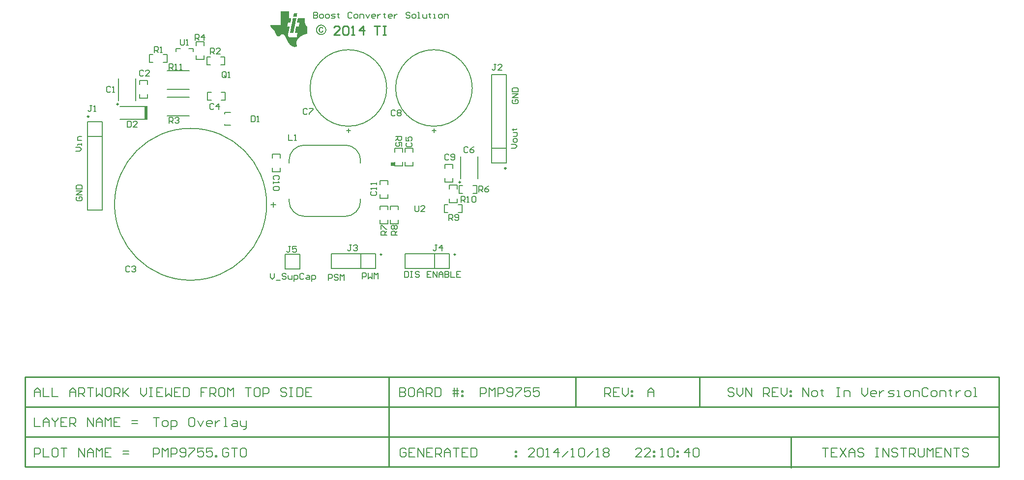
<source format=gto>
%FSAX25Y25*%
%MOIN*%
G70*
G01*
G75*
G04 Layer_Color=127485*
%ADD10C,0.03000*%
%ADD11C,0.01500*%
%ADD12C,0.01400*%
%ADD13R,0.02362X0.01969*%
%ADD14R,0.03740X0.03937*%
%ADD15R,0.08858X0.07677*%
%ADD16R,0.11417X0.21260*%
%ADD17R,0.03602X0.04803*%
%ADD18R,0.03937X0.03740*%
%ADD19R,0.10512X0.10000*%
%ADD20R,0.03000X0.05000*%
%ADD21R,0.08000X0.14000*%
%ADD22R,0.05000X0.01500*%
%ADD23R,0.05118X0.13386*%
%ADD24R,0.02362X0.05906*%
%ADD25C,0.01000*%
%ADD26C,0.02000*%
%ADD27C,0.10000*%
%ADD28C,0.00800*%
%ADD29R,0.07000X0.06500*%
%ADD30R,0.08500X0.03500*%
%ADD31R,0.15500X0.02676*%
%ADD32R,0.07500X0.03500*%
%ADD33R,0.14500X0.18000*%
%ADD34R,0.11500X0.04500*%
%ADD35R,0.02500X0.06500*%
%ADD36R,0.08500X0.12500*%
%ADD37R,0.10000X0.12000*%
%ADD38R,0.10000X0.10000*%
%ADD39R,0.05498X0.06227*%
%ADD40R,0.14500X0.07000*%
%ADD41R,0.16000X0.12000*%
%ADD42R,0.08000X0.07000*%
%ADD43R,0.11000X0.02500*%
%ADD44R,0.11012X0.05619*%
%ADD45R,0.09000X0.09000*%
%ADD46R,0.23000X0.16000*%
%ADD47R,0.20000X0.15000*%
%ADD48R,0.14720X0.04998*%
%ADD49R,0.04720X0.04845*%
%ADD50R,0.22000X0.06000*%
%ADD51R,0.12000X0.05000*%
%ADD52R,0.09000X0.06000*%
%ADD53R,0.05000X0.04000*%
%ADD54R,0.04000X0.05000*%
%ADD55R,0.08000X0.06000*%
%ADD56R,0.05000X0.05850*%
%ADD57R,0.06000X0.06000*%
%ADD58R,0.11500X0.05000*%
%ADD59R,0.06000X0.04998*%
%ADD60R,0.04998X0.05000*%
%ADD61R,1.25500X0.05000*%
%ADD62R,0.57000X0.12000*%
%ADD63R,0.24500X0.17500*%
%ADD64R,0.21227X0.14000*%
%ADD65R,1.34000X0.16000*%
%ADD66R,0.24500X0.04000*%
%ADD67R,0.18000X0.04500*%
%ADD68R,0.72000X0.39000*%
%ADD69R,0.06500X0.08500*%
%ADD70R,0.11024X0.11024*%
%ADD71C,0.11024*%
%ADD72R,0.06496X0.06496*%
%ADD73C,0.06496*%
%ADD74C,0.06299*%
%ADD75R,0.06299X0.06299*%
%ADD76C,0.06693*%
%ADD77R,0.06496X0.06496*%
%ADD78C,0.04000*%
%ADD79C,0.03200*%
%ADD80C,0.05000*%
%ADD81R,0.07000X0.08000*%
%ADD82R,0.10404X0.02104*%
%ADD83C,0.00787*%
%ADD84C,0.00984*%
%ADD85C,0.00700*%
%ADD86C,0.00600*%
%ADD87R,0.02000X0.09200*%
G36*
X0290390Y0244450D02*
X0287890D01*
Y0246950D01*
X0290390D01*
Y0244450D01*
D02*
G37*
G36*
X0240869Y0340395D02*
X0240951D01*
X0241044Y0340385D01*
X0241157Y0340364D01*
X0241269Y0340343D01*
X0241536Y0340292D01*
X0241823Y0340210D01*
X0242141Y0340097D01*
X0242294Y0340026D01*
X0242448Y0339944D01*
X0242458D01*
X0242489Y0339923D01*
X0242530Y0339893D01*
X0242581Y0339862D01*
X0242653Y0339810D01*
X0242735Y0339759D01*
X0242919Y0339616D01*
X0243135Y0339431D01*
X0243350Y0339206D01*
X0243555Y0338949D01*
X0243750Y0338652D01*
X0243760Y0338642D01*
X0243770Y0338611D01*
X0243791Y0338570D01*
X0243822Y0338509D01*
X0243863Y0338427D01*
X0243903Y0338334D01*
X0243945Y0338232D01*
X0243996Y0338119D01*
X0244037Y0337986D01*
X0244078Y0337853D01*
X0244160Y0337556D01*
X0244211Y0337228D01*
X0244232Y0337064D01*
Y0336889D01*
Y0336879D01*
Y0336848D01*
Y0336797D01*
X0244221Y0336736D01*
Y0336653D01*
X0244211Y0336561D01*
X0244191Y0336449D01*
X0244170Y0336326D01*
X0244119Y0336059D01*
X0244037Y0335762D01*
X0243914Y0335454D01*
X0243842Y0335290D01*
X0243760Y0335137D01*
Y0335126D01*
X0243740Y0335096D01*
X0243709Y0335054D01*
X0243678Y0335003D01*
X0243627Y0334931D01*
X0243565Y0334850D01*
X0243422Y0334665D01*
X0243237Y0334460D01*
X0243012Y0334245D01*
X0242756Y0334030D01*
X0242458Y0333845D01*
X0242448D01*
X0242417Y0333824D01*
X0242376Y0333804D01*
X0242315Y0333773D01*
X0242243Y0333742D01*
X0242151Y0333701D01*
X0242048Y0333661D01*
X0241925Y0333619D01*
X0241802Y0333568D01*
X0241669Y0333527D01*
X0241372Y0333455D01*
X0241054Y0333404D01*
X0240890Y0333394D01*
X0240716Y0333384D01*
X0240623D01*
X0240562Y0333394D01*
X0240480D01*
X0240377Y0333404D01*
X0240275Y0333425D01*
X0240152Y0333445D01*
X0239875Y0333496D01*
X0239588Y0333578D01*
X0239270Y0333691D01*
X0239106Y0333763D01*
X0238953Y0333845D01*
X0238943Y0333855D01*
X0238912Y0333865D01*
X0238871Y0333896D01*
X0238820Y0333927D01*
X0238748Y0333978D01*
X0238666Y0334040D01*
X0238481Y0334183D01*
X0238276Y0334368D01*
X0238061Y0334583D01*
X0237846Y0334839D01*
X0237661Y0335137D01*
Y0335147D01*
X0237641Y0335177D01*
X0237620Y0335219D01*
X0237590Y0335280D01*
X0237559Y0335362D01*
X0237518Y0335454D01*
X0237477Y0335557D01*
X0237436Y0335669D01*
X0237385Y0335803D01*
X0237344Y0335936D01*
X0237272Y0336233D01*
X0237221Y0336551D01*
X0237210Y0336715D01*
X0237200Y0336889D01*
Y0336899D01*
Y0336930D01*
Y0336982D01*
X0237210Y0337043D01*
Y0337125D01*
X0237221Y0337228D01*
X0237241Y0337340D01*
X0237262Y0337453D01*
X0237313Y0337730D01*
X0237395Y0338027D01*
X0237518Y0338334D01*
X0237590Y0338498D01*
X0237671Y0338652D01*
X0237682Y0338663D01*
X0237692Y0338693D01*
X0237723Y0338734D01*
X0237754Y0338796D01*
X0237805Y0338857D01*
X0237866Y0338939D01*
X0238010Y0339134D01*
X0238194Y0339339D01*
X0238420Y0339554D01*
X0238676Y0339759D01*
X0238973Y0339944D01*
X0238983Y0339954D01*
X0239014Y0339964D01*
X0239055Y0339985D01*
X0239117Y0340016D01*
X0239199Y0340046D01*
X0239281Y0340087D01*
X0239383Y0340128D01*
X0239506Y0340179D01*
X0239629Y0340220D01*
X0239762Y0340262D01*
X0240060Y0340333D01*
X0240377Y0340385D01*
X0240542Y0340405D01*
X0240808D01*
X0240869Y0340395D01*
D02*
G37*
G36*
X0218950Y0344850D02*
X0220550D01*
Y0344750D01*
X0220450D01*
Y0344250D01*
X0220350D01*
Y0343750D01*
X0220250D01*
Y0343250D01*
X0220150D01*
Y0342750D01*
X0220050D01*
Y0342250D01*
X0219950D01*
Y0341850D01*
X0218250D01*
Y0341550D01*
X0218150D01*
Y0341050D01*
X0218050D01*
Y0340550D01*
X0217950D01*
Y0340050D01*
X0217850D01*
Y0339550D01*
X0217750D01*
Y0339050D01*
X0219350D01*
Y0338650D01*
X0219250D01*
Y0338150D01*
X0219150D01*
Y0337650D01*
X0219050D01*
Y0337150D01*
X0218950D01*
Y0336650D01*
X0218850D01*
Y0336150D01*
X0218750D01*
Y0335650D01*
X0218650D01*
Y0335150D01*
X0218550D01*
Y0334650D01*
X0218450D01*
Y0334150D01*
X0218350D01*
Y0333650D01*
X0218250D01*
Y0332850D01*
X0218350D01*
Y0332550D01*
X0218450D01*
Y0332350D01*
X0218550D01*
Y0332250D01*
X0218650D01*
Y0332150D01*
X0218750D01*
Y0332050D01*
X0218950D01*
Y0331950D01*
X0219150D01*
Y0331850D01*
X0219550D01*
Y0331750D01*
X0220150D01*
Y0331650D01*
X0224050D01*
Y0331950D01*
X0224150D01*
Y0332450D01*
X0224250D01*
Y0332950D01*
X0224350D01*
Y0333450D01*
X0224450D01*
Y0333950D01*
X0224550D01*
Y0334450D01*
X0224650D01*
Y0334650D01*
X0223350D01*
Y0334750D01*
X0223150D01*
Y0334850D01*
X0223050D01*
Y0335750D01*
X0223150D01*
Y0336150D01*
X0223250D01*
Y0336650D01*
X0223350D01*
Y0337150D01*
X0223450D01*
Y0337650D01*
X0223550D01*
Y0338150D01*
X0223650D01*
Y0338650D01*
X0223750D01*
Y0339050D01*
X0225550D01*
Y0339550D01*
X0225650D01*
Y0340050D01*
X0225750D01*
Y0340550D01*
X0225850D01*
Y0341050D01*
X0225950D01*
Y0341550D01*
X0226050D01*
Y0341850D01*
X0224350D01*
Y0342150D01*
X0224450D01*
Y0342650D01*
X0224550D01*
Y0343150D01*
X0224650D01*
Y0343650D01*
X0224750D01*
Y0344150D01*
X0224850D01*
Y0344650D01*
X0224950D01*
Y0344850D01*
X0229750D01*
Y0341450D01*
X0229850D01*
Y0340950D01*
X0229950D01*
Y0340550D01*
X0230050D01*
Y0340350D01*
X0230150D01*
Y0340150D01*
X0230250D01*
Y0339950D01*
X0230350D01*
Y0339850D01*
X0230450D01*
Y0339650D01*
X0230550D01*
Y0339550D01*
X0230650D01*
Y0339450D01*
X0230750D01*
Y0339350D01*
X0230850D01*
Y0339250D01*
X0231050D01*
Y0339150D01*
X0231150D01*
Y0334250D01*
X0230950D01*
Y0334150D01*
X0230650D01*
Y0334050D01*
X0230250D01*
Y0333950D01*
X0229950D01*
Y0333850D01*
X0229650D01*
Y0333750D01*
X0229350D01*
Y0333650D01*
X0229150D01*
Y0333550D01*
X0228850D01*
Y0333450D01*
X0228650D01*
Y0333350D01*
X0228450D01*
Y0333250D01*
X0228250D01*
Y0333150D01*
X0228050D01*
Y0333050D01*
X0227850D01*
Y0332950D01*
X0227650D01*
Y0332850D01*
X0227450D01*
Y0332750D01*
X0227350D01*
Y0332650D01*
X0227150D01*
Y0332550D01*
X0226950D01*
Y0332450D01*
X0226850D01*
Y0332350D01*
X0226750D01*
Y0332250D01*
X0226550D01*
Y0332150D01*
X0226450D01*
Y0332050D01*
X0226350D01*
Y0331950D01*
X0226150D01*
Y0331850D01*
X0226050D01*
Y0331750D01*
X0225950D01*
Y0331650D01*
X0225850D01*
Y0331550D01*
X0225750D01*
Y0331450D01*
X0225650D01*
Y0331350D01*
X0225550D01*
Y0331250D01*
X0225450D01*
Y0331150D01*
X0225350D01*
Y0331050D01*
X0225250D01*
Y0330950D01*
X0225150D01*
Y0330850D01*
X0225050D01*
Y0330650D01*
X0224950D01*
Y0330550D01*
X0224850D01*
Y0330450D01*
X0224750D01*
Y0330250D01*
X0224650D01*
Y0330150D01*
X0224550D01*
Y0329950D01*
X0224450D01*
Y0329750D01*
X0224350D01*
Y0329550D01*
X0224250D01*
Y0329350D01*
X0224150D01*
Y0329050D01*
X0224050D01*
Y0328650D01*
X0223950D01*
Y0327150D01*
X0224050D01*
Y0326650D01*
X0224150D01*
Y0326250D01*
X0224250D01*
Y0325950D01*
X0224350D01*
Y0325750D01*
X0224450D01*
Y0325550D01*
X0224250D01*
Y0325450D01*
X0223950D01*
Y0325350D01*
X0223450D01*
Y0325250D01*
X0222350D01*
Y0325350D01*
X0221850D01*
Y0325450D01*
X0221550D01*
Y0325550D01*
X0221250D01*
Y0325650D01*
X0221050D01*
Y0325750D01*
X0220850D01*
Y0325850D01*
X0220750D01*
Y0325950D01*
X0220550D01*
Y0326050D01*
X0220450D01*
Y0326150D01*
X0220250D01*
Y0326250D01*
X0220150D01*
Y0326350D01*
X0220050D01*
Y0326450D01*
X0219850D01*
Y0326550D01*
X0219750D01*
Y0326650D01*
X0219650D01*
Y0326750D01*
X0219550D01*
Y0326850D01*
X0219450D01*
Y0326950D01*
X0219350D01*
Y0327050D01*
X0219250D01*
Y0327150D01*
X0219150D01*
Y0327350D01*
X0219050D01*
Y0327450D01*
X0218950D01*
Y0327550D01*
X0218850D01*
Y0327650D01*
X0218750D01*
Y0327850D01*
X0218650D01*
Y0327950D01*
X0218550D01*
Y0328150D01*
X0218450D01*
Y0328350D01*
X0218350D01*
Y0328450D01*
X0218250D01*
Y0328650D01*
X0218150D01*
Y0328850D01*
X0218050D01*
Y0329050D01*
X0217950D01*
Y0329250D01*
X0217850D01*
Y0329450D01*
X0217750D01*
Y0329650D01*
X0217650D01*
Y0329850D01*
X0217550D01*
Y0330050D01*
X0217450D01*
Y0330250D01*
X0217350D01*
Y0330450D01*
X0217250D01*
Y0330750D01*
X0217150D01*
Y0330950D01*
X0217050D01*
Y0331150D01*
X0216950D01*
Y0331350D01*
X0216850D01*
Y0331550D01*
X0216750D01*
Y0331750D01*
X0216650D01*
Y0331950D01*
X0216550D01*
Y0332150D01*
X0216450D01*
Y0332350D01*
X0216350D01*
Y0332550D01*
X0216250D01*
Y0332750D01*
X0216150D01*
Y0332850D01*
X0216050D01*
Y0333050D01*
X0215950D01*
Y0333150D01*
X0215850D01*
Y0333250D01*
X0215750D01*
Y0333350D01*
X0215650D01*
Y0333450D01*
X0215550D01*
Y0333550D01*
X0215450D01*
Y0333650D01*
X0215350D01*
Y0333750D01*
X0215150D01*
Y0333850D01*
X0214750D01*
Y0333950D01*
X0214550D01*
Y0333850D01*
X0214050D01*
Y0333750D01*
X0213850D01*
Y0333650D01*
X0213650D01*
Y0333550D01*
X0213550D01*
Y0333450D01*
X0213450D01*
Y0333350D01*
X0213350D01*
Y0333250D01*
X0213250D01*
Y0333150D01*
X0213150D01*
Y0333050D01*
X0213050D01*
Y0332950D01*
X0212950D01*
Y0332850D01*
X0212850D01*
Y0332750D01*
X0212750D01*
Y0332650D01*
X0212650D01*
Y0332550D01*
X0212550D01*
Y0332450D01*
X0212350D01*
Y0332350D01*
X0211550D01*
Y0332450D01*
X0211250D01*
Y0332550D01*
X0211050D01*
Y0332650D01*
X0210950D01*
Y0332750D01*
X0210850D01*
Y0332850D01*
X0210650D01*
Y0333050D01*
X0210550D01*
Y0333150D01*
X0210450D01*
Y0333250D01*
X0210350D01*
Y0333450D01*
X0210250D01*
Y0333650D01*
X0210150D01*
Y0333850D01*
X0210050D01*
Y0334050D01*
X0209950D01*
Y0334250D01*
X0209850D01*
Y0334450D01*
X0209750D01*
Y0334750D01*
X0209650D01*
Y0334950D01*
X0209550D01*
Y0335250D01*
X0209450D01*
Y0335450D01*
X0209350D01*
Y0335750D01*
X0209250D01*
Y0335850D01*
X0209150D01*
Y0336050D01*
X0209050D01*
Y0336150D01*
X0208950D01*
Y0336350D01*
X0208850D01*
Y0336450D01*
X0208750D01*
Y0336550D01*
X0208650D01*
Y0336650D01*
X0208550D01*
Y0336750D01*
X0208450D01*
Y0336850D01*
X0208350D01*
Y0336950D01*
X0208250D01*
Y0337050D01*
X0208150D01*
Y0337150D01*
X0208050D01*
Y0337250D01*
X0207950D01*
Y0337350D01*
X0207750D01*
Y0337450D01*
X0207650D01*
Y0337550D01*
X0207550D01*
Y0337650D01*
X0207450D01*
Y0337750D01*
X0207350D01*
Y0337850D01*
X0207250D01*
Y0337950D01*
X0207150D01*
Y0338050D01*
X0207050D01*
Y0338150D01*
X0206950D01*
Y0338350D01*
X0206850D01*
Y0338450D01*
X0206750D01*
Y0338650D01*
X0206650D01*
Y0338850D01*
X0206550D01*
Y0339050D01*
X0206450D01*
Y0339250D01*
X0206350D01*
Y0339650D01*
X0206250D01*
Y0340150D01*
X0213150D01*
Y0349450D01*
X0218950D01*
Y0344850D01*
D02*
G37*
G36*
X0224550Y0347750D02*
X0224450D01*
Y0347250D01*
X0224350D01*
Y0346750D01*
X0224250D01*
Y0346250D01*
X0224150D01*
Y0345850D01*
X0221750D01*
Y0346050D01*
X0221850D01*
Y0346550D01*
X0221950D01*
Y0347050D01*
X0222050D01*
Y0347550D01*
X0222150D01*
Y0348050D01*
X0222250D01*
Y0348150D01*
X0224550D01*
Y0347750D01*
D02*
G37*
G36*
X0223950Y0344650D02*
X0223850D01*
Y0344150D01*
X0223750D01*
Y0343650D01*
X0223650D01*
Y0343150D01*
X0223550D01*
Y0342650D01*
X0223450D01*
Y0342150D01*
X0223350D01*
Y0341650D01*
X0223250D01*
Y0341150D01*
X0223150D01*
Y0340650D01*
X0223050D01*
Y0340150D01*
X0222950D01*
Y0339650D01*
X0222850D01*
Y0339150D01*
X0222750D01*
Y0338650D01*
X0222650D01*
Y0338150D01*
X0222550D01*
Y0337650D01*
X0222450D01*
Y0337150D01*
X0222350D01*
Y0336650D01*
X0222250D01*
Y0336150D01*
X0222150D01*
Y0335650D01*
X0222050D01*
Y0335150D01*
X0221950D01*
Y0334650D01*
X0219550D01*
Y0334950D01*
X0219650D01*
Y0335450D01*
X0219750D01*
Y0335950D01*
X0219850D01*
Y0336450D01*
X0219950D01*
Y0336950D01*
X0220050D01*
Y0337450D01*
X0220150D01*
Y0337950D01*
X0220250D01*
Y0338450D01*
X0220350D01*
Y0338950D01*
X0220450D01*
Y0339450D01*
X0220550D01*
Y0339950D01*
X0220650D01*
Y0340450D01*
X0220750D01*
Y0340950D01*
X0220850D01*
Y0341450D01*
X0220950D01*
Y0341950D01*
X0221050D01*
Y0342450D01*
X0221150D01*
Y0342950D01*
X0221250D01*
Y0343450D01*
X0221350D01*
Y0343950D01*
X0221450D01*
Y0344450D01*
X0221550D01*
Y0344850D01*
X0223950D01*
Y0344650D01*
D02*
G37*
%LPC*%
G36*
X0240716Y0339708D02*
X0240644D01*
X0240593Y0339698D01*
X0240531D01*
X0240449Y0339687D01*
X0240265Y0339667D01*
X0240060Y0339616D01*
X0239824Y0339554D01*
X0239578Y0339462D01*
X0239322Y0339339D01*
X0239312D01*
X0239291Y0339318D01*
X0239260Y0339298D01*
X0239209Y0339278D01*
X0239096Y0339185D01*
X0238943Y0339072D01*
X0238778Y0338929D01*
X0238604Y0338755D01*
X0238430Y0338540D01*
X0238276Y0338304D01*
Y0338294D01*
X0238256Y0338273D01*
X0238246Y0338232D01*
X0238215Y0338191D01*
X0238184Y0338129D01*
X0238153Y0338048D01*
X0238123Y0337965D01*
X0238092Y0337873D01*
X0238020Y0337658D01*
X0237959Y0337422D01*
X0237917Y0337166D01*
X0237897Y0336889D01*
Y0336879D01*
Y0336859D01*
Y0336818D01*
X0237907Y0336766D01*
Y0336705D01*
X0237917Y0336623D01*
X0237948Y0336438D01*
X0237989Y0336223D01*
X0238051Y0335987D01*
X0238143Y0335741D01*
X0238266Y0335485D01*
Y0335475D01*
X0238286Y0335454D01*
X0238307Y0335423D01*
X0238338Y0335372D01*
X0238420Y0335260D01*
X0238532Y0335106D01*
X0238686Y0334942D01*
X0238861Y0334768D01*
X0239066Y0334604D01*
X0239301Y0334450D01*
X0239312D01*
X0239332Y0334429D01*
X0239373Y0334419D01*
X0239414Y0334388D01*
X0239486Y0334368D01*
X0239558Y0334337D01*
X0239639Y0334296D01*
X0239732Y0334265D01*
X0239947Y0334193D01*
X0240183Y0334142D01*
X0240439Y0334101D01*
X0240716Y0334081D01*
X0240788D01*
X0240839Y0334091D01*
X0240900D01*
X0240982Y0334101D01*
X0241167Y0334132D01*
X0241372Y0334173D01*
X0241607Y0334234D01*
X0241864Y0334327D01*
X0242110Y0334450D01*
X0242120D01*
X0242141Y0334470D01*
X0242171Y0334491D01*
X0242222Y0334522D01*
X0242345Y0334604D01*
X0242499Y0334716D01*
X0242663Y0334870D01*
X0242838Y0335044D01*
X0243002Y0335249D01*
X0243155Y0335485D01*
Y0335495D01*
X0243176Y0335516D01*
X0243186Y0335557D01*
X0243217Y0335598D01*
X0243248Y0335669D01*
X0243278Y0335741D01*
X0243309Y0335823D01*
X0243350Y0335915D01*
X0243411Y0336121D01*
X0243473Y0336367D01*
X0243514Y0336623D01*
X0243534Y0336889D01*
Y0336899D01*
Y0336920D01*
Y0336961D01*
X0243524Y0337012D01*
Y0337084D01*
X0243514Y0337156D01*
X0243504Y0337248D01*
X0243483Y0337340D01*
X0243442Y0337556D01*
X0243371Y0337802D01*
X0243278Y0338048D01*
X0243145Y0338304D01*
Y0338314D01*
X0243125Y0338334D01*
X0243104Y0338365D01*
X0243073Y0338417D01*
X0242991Y0338540D01*
X0242868Y0338683D01*
X0242725Y0338857D01*
X0242540Y0339021D01*
X0242335Y0339195D01*
X0242099Y0339339D01*
X0242089D01*
X0242069Y0339359D01*
X0242038Y0339370D01*
X0241987Y0339401D01*
X0241925Y0339421D01*
X0241853Y0339452D01*
X0241679Y0339524D01*
X0241474Y0339595D01*
X0241238Y0339647D01*
X0240982Y0339687D01*
X0240716Y0339708D01*
D02*
G37*
%LPD*%
G36*
X0240962Y0338816D02*
X0241095Y0338796D01*
X0241249Y0338755D01*
X0241403Y0338714D01*
X0241556Y0338642D01*
X0241710Y0338550D01*
X0241730Y0338540D01*
X0241772Y0338498D01*
X0241843Y0338437D01*
X0241925Y0338345D01*
X0242018Y0338222D01*
X0242120Y0338078D01*
X0242222Y0337904D01*
X0242304Y0337699D01*
X0241556Y0337525D01*
X0241546Y0337535D01*
X0241536Y0337576D01*
X0241505Y0337637D01*
X0241464Y0337709D01*
X0241361Y0337873D01*
X0241290Y0337955D01*
X0241218Y0338017D01*
X0241208Y0338027D01*
X0241187Y0338037D01*
X0241146Y0338068D01*
X0241085Y0338099D01*
X0241013Y0338119D01*
X0240931Y0338150D01*
X0240839Y0338160D01*
X0240736Y0338171D01*
X0240665D01*
X0240593Y0338150D01*
X0240500Y0338129D01*
X0240388Y0338088D01*
X0240275Y0338037D01*
X0240162Y0337955D01*
X0240060Y0337853D01*
X0240050Y0337842D01*
X0240019Y0337791D01*
X0239978Y0337719D01*
X0239937Y0337617D01*
X0239885Y0337484D01*
X0239844Y0337310D01*
X0239814Y0337115D01*
X0239804Y0336879D01*
Y0336869D01*
Y0336848D01*
Y0336818D01*
Y0336766D01*
X0239814Y0336653D01*
X0239834Y0336510D01*
X0239865Y0336346D01*
X0239916Y0336182D01*
X0239978Y0336028D01*
X0240060Y0335895D01*
X0240070Y0335885D01*
X0240111Y0335844D01*
X0240162Y0335803D01*
X0240234Y0335741D01*
X0240326Y0335690D01*
X0240429Y0335639D01*
X0240552Y0335598D01*
X0240685Y0335588D01*
X0240736D01*
X0240798Y0335598D01*
X0240869Y0335608D01*
X0240951Y0335629D01*
X0241034Y0335659D01*
X0241126Y0335700D01*
X0241208Y0335762D01*
X0241218Y0335772D01*
X0241249Y0335803D01*
X0241290Y0335844D01*
X0241341Y0335905D01*
X0241392Y0335998D01*
X0241454Y0336100D01*
X0241515Y0336223D01*
X0241566Y0336377D01*
X0242304Y0336131D01*
Y0336121D01*
X0242294Y0336110D01*
X0242284Y0336080D01*
X0242274Y0336038D01*
X0242233Y0335926D01*
X0242171Y0335803D01*
X0242089Y0335659D01*
X0241987Y0335506D01*
X0241864Y0335362D01*
X0241720Y0335239D01*
X0241700Y0335229D01*
X0241649Y0335188D01*
X0241566Y0335147D01*
X0241454Y0335085D01*
X0241310Y0335034D01*
X0241146Y0334983D01*
X0240962Y0334942D01*
X0240757Y0334931D01*
X0240685D01*
X0240623Y0334942D01*
X0240562Y0334952D01*
X0240480Y0334962D01*
X0240306Y0334993D01*
X0240101Y0335054D01*
X0239896Y0335147D01*
X0239783Y0335198D01*
X0239681Y0335270D01*
X0239578Y0335342D01*
X0239486Y0335434D01*
X0239475Y0335444D01*
X0239465Y0335454D01*
X0239445Y0335485D01*
X0239414Y0335526D01*
X0239373Y0335577D01*
X0239332Y0335639D01*
X0239291Y0335721D01*
X0239240Y0335803D01*
X0239199Y0335895D01*
X0239147Y0336008D01*
X0239076Y0336244D01*
X0239014Y0336530D01*
X0239004Y0336684D01*
X0238994Y0336848D01*
Y0336859D01*
Y0336879D01*
Y0336910D01*
Y0336951D01*
X0239004Y0337064D01*
X0239024Y0337207D01*
X0239045Y0337371D01*
X0239086Y0337545D01*
X0239137Y0337730D01*
X0239209Y0337904D01*
Y0337914D01*
X0239219Y0337925D01*
X0239250Y0337976D01*
X0239301Y0338058D01*
X0239373Y0338160D01*
X0239455Y0338273D01*
X0239568Y0338386D01*
X0239691Y0338498D01*
X0239834Y0338591D01*
X0239855Y0338601D01*
X0239906Y0338632D01*
X0239998Y0338663D01*
X0240111Y0338714D01*
X0240244Y0338755D01*
X0240408Y0338786D01*
X0240582Y0338816D01*
X0240767Y0338826D01*
X0240859D01*
X0240962Y0338816D01*
D02*
G37*
G54D25*
X0253199Y0333400D02*
X0249200D01*
X0253199Y0337399D01*
Y0338398D01*
X0252199Y0339398D01*
X0250200D01*
X0249200Y0338398D01*
X0255198D02*
X0256198Y0339398D01*
X0258197D01*
X0259197Y0338398D01*
Y0334400D01*
X0258197Y0333400D01*
X0256198D01*
X0255198Y0334400D01*
Y0338398D01*
X0261196Y0333400D02*
X0263195D01*
X0262196D01*
Y0339398D01*
X0261196Y0338398D01*
X0269194Y0333400D02*
Y0339398D01*
X0266195Y0336399D01*
X0270193D01*
X0276800Y0339398D02*
X0280799D01*
X0278799D01*
Y0333400D01*
X0282798Y0339398D02*
X0284797D01*
X0283798D01*
Y0333400D01*
X0282798D01*
X0284797D01*
X0559400Y0039400D02*
Y0059683D01*
X0440500Y0040050D02*
X0700200D01*
Y0101050D01*
X0286500Y0040050D02*
Y0101050D01*
X0040000Y0040050D02*
Y0101050D01*
X0040050Y0040050D02*
X0197600D01*
X0040050D02*
Y0101050D01*
Y0101050D02*
X0700200D01*
X0040000Y0040050D02*
X0440500D01*
X0040000Y0060383D02*
X0700000D01*
X0040000Y0080717D02*
X0700200D01*
X0413200D02*
Y0101050D01*
X0497200Y0080717D02*
Y0101050D01*
G54D28*
X0126900Y0073549D02*
X0130899D01*
X0128899D01*
Y0067551D01*
X0133898D02*
X0135897D01*
X0136897Y0068550D01*
Y0070550D01*
X0135897Y0071549D01*
X0133898D01*
X0132898Y0070550D01*
Y0068550D01*
X0133898Y0067551D01*
X0138896Y0065551D02*
Y0071549D01*
X0141895D01*
X0142895Y0070550D01*
Y0068550D01*
X0141895Y0067551D01*
X0138896D01*
X0153891Y0073549D02*
X0151892D01*
X0150892Y0072549D01*
Y0068550D01*
X0151892Y0067551D01*
X0153891D01*
X0154891Y0068550D01*
Y0072549D01*
X0153891Y0073549D01*
X0156890Y0071549D02*
X0158890Y0067551D01*
X0160889Y0071549D01*
X0165887Y0067551D02*
X0163888D01*
X0162888Y0068550D01*
Y0070550D01*
X0163888Y0071549D01*
X0165887D01*
X0166887Y0070550D01*
Y0069550D01*
X0162888D01*
X0168886Y0071549D02*
Y0067551D01*
Y0069550D01*
X0169886Y0070550D01*
X0170886Y0071549D01*
X0171885D01*
X0174884Y0067551D02*
X0176884D01*
X0175884D01*
Y0073549D01*
X0174884D01*
X0180883Y0071549D02*
X0182882D01*
X0183882Y0070550D01*
Y0067551D01*
X0180883D01*
X0179883Y0068550D01*
X0180883Y0069550D01*
X0183882D01*
X0185881Y0071549D02*
Y0068550D01*
X0186881Y0067551D01*
X0189880D01*
Y0066551D01*
X0188880Y0065551D01*
X0187880D01*
X0189880Y0067551D02*
Y0071549D01*
X0580500Y0052965D02*
X0584499D01*
X0582499D01*
Y0046966D01*
X0590497Y0052965D02*
X0586498D01*
Y0046966D01*
X0590497D01*
X0586498Y0049966D02*
X0588497D01*
X0592496Y0052965D02*
X0596495Y0046966D01*
Y0052965D02*
X0592496Y0046966D01*
X0598494D02*
Y0050965D01*
X0600493Y0052965D01*
X0602493Y0050965D01*
Y0046966D01*
Y0049966D01*
X0598494D01*
X0608491Y0051965D02*
X0607491Y0052965D01*
X0605492D01*
X0604492Y0051965D01*
Y0050965D01*
X0605492Y0049966D01*
X0607491D01*
X0608491Y0048966D01*
Y0047966D01*
X0607491Y0046966D01*
X0605492D01*
X0604492Y0047966D01*
X0616488Y0052965D02*
X0618488D01*
X0617488D01*
Y0046966D01*
X0616488D01*
X0618488D01*
X0621487D02*
Y0052965D01*
X0625486Y0046966D01*
Y0052965D01*
X0631484Y0051965D02*
X0630484Y0052965D01*
X0628484D01*
X0627485Y0051965D01*
Y0050965D01*
X0628484Y0049966D01*
X0630484D01*
X0631484Y0048966D01*
Y0047966D01*
X0630484Y0046966D01*
X0628484D01*
X0627485Y0047966D01*
X0633483Y0052965D02*
X0637482D01*
X0635482D01*
Y0046966D01*
X0639481D02*
Y0052965D01*
X0642480D01*
X0643480Y0051965D01*
Y0049966D01*
X0642480Y0048966D01*
X0639481D01*
X0641480D02*
X0643480Y0046966D01*
X0645479Y0052965D02*
Y0047966D01*
X0646479Y0046966D01*
X0648478D01*
X0649478Y0047966D01*
Y0052965D01*
X0651477Y0046966D02*
Y0052965D01*
X0653476Y0050965D01*
X0655476Y0052965D01*
Y0046966D01*
X0661474Y0052965D02*
X0657475D01*
Y0046966D01*
X0661474D01*
X0657475Y0049966D02*
X0659474D01*
X0663473Y0046966D02*
Y0052965D01*
X0667472Y0046966D01*
Y0052965D01*
X0669471D02*
X0673470D01*
X0671471D01*
Y0046966D01*
X0679468Y0051965D02*
X0678468Y0052965D01*
X0676469D01*
X0675469Y0051965D01*
Y0050965D01*
X0676469Y0049966D01*
X0678468D01*
X0679468Y0048966D01*
Y0047966D01*
X0678468Y0046966D01*
X0676469D01*
X0675469Y0047966D01*
X0458049Y0046966D02*
X0454050D01*
X0458049Y0050965D01*
Y0051965D01*
X0457049Y0052965D01*
X0455050D01*
X0454050Y0051965D01*
X0464047Y0046966D02*
X0460048D01*
X0464047Y0050965D01*
Y0051965D01*
X0463047Y0052965D01*
X0461048D01*
X0460048Y0051965D01*
X0466046Y0050965D02*
X0467046D01*
Y0049966D01*
X0466046D01*
Y0050965D01*
Y0047966D02*
X0467046D01*
Y0046966D01*
X0466046D01*
Y0047966D01*
X0471044Y0046966D02*
X0473044D01*
X0472044D01*
Y0052965D01*
X0471044Y0051965D01*
X0476043D02*
X0477043Y0052965D01*
X0479042D01*
X0480042Y0051965D01*
Y0047966D01*
X0479042Y0046966D01*
X0477043D01*
X0476043Y0047966D01*
Y0051965D01*
X0482041Y0050965D02*
X0483041D01*
Y0049966D01*
X0482041D01*
Y0050965D01*
Y0047966D02*
X0483041D01*
Y0046966D01*
X0482041D01*
Y0047966D01*
X0490038Y0046966D02*
Y0052965D01*
X0487039Y0049966D01*
X0491038D01*
X0493037Y0051965D02*
X0494037Y0052965D01*
X0496036D01*
X0497036Y0051965D01*
Y0047966D01*
X0496036Y0046966D01*
X0494037D01*
X0493037Y0047966D01*
Y0051965D01*
X0046350Y0046966D02*
Y0052965D01*
X0049349D01*
X0050349Y0051965D01*
Y0049966D01*
X0049349Y0048966D01*
X0046350D01*
X0052348Y0052965D02*
Y0046966D01*
X0056347D01*
X0061345Y0052965D02*
X0059346D01*
X0058346Y0051965D01*
Y0047966D01*
X0059346Y0046966D01*
X0061345D01*
X0062345Y0047966D01*
Y0051965D01*
X0061345Y0052965D01*
X0064344D02*
X0068343D01*
X0066343D01*
Y0046966D01*
X0076340D02*
Y0052965D01*
X0080339Y0046966D01*
Y0052965D01*
X0082338Y0046966D02*
Y0050965D01*
X0084338Y0052965D01*
X0086337Y0050965D01*
Y0046966D01*
Y0049966D01*
X0082338D01*
X0088336Y0046966D02*
Y0052965D01*
X0090336Y0050965D01*
X0092335Y0052965D01*
Y0046966D01*
X0098333Y0052965D02*
X0094335D01*
Y0046966D01*
X0098333D01*
X0094335Y0049966D02*
X0096334D01*
X0106331Y0048966D02*
X0110329D01*
X0106331Y0050965D02*
X0110329D01*
X0046350Y0073549D02*
Y0067551D01*
X0050349D01*
X0052348D02*
Y0071549D01*
X0054347Y0073549D01*
X0056347Y0071549D01*
Y0067551D01*
Y0070550D01*
X0052348D01*
X0058346Y0073549D02*
Y0072549D01*
X0060346Y0070550D01*
X0062345Y0072549D01*
Y0073549D01*
X0060346Y0070550D02*
Y0067551D01*
X0068343Y0073549D02*
X0064344D01*
Y0067551D01*
X0068343D01*
X0064344Y0070550D02*
X0066343D01*
X0070342Y0067551D02*
Y0073549D01*
X0073341D01*
X0074341Y0072549D01*
Y0070550D01*
X0073341Y0069550D01*
X0070342D01*
X0072342D02*
X0074341Y0067551D01*
X0082338D02*
Y0073549D01*
X0086337Y0067551D01*
Y0073549D01*
X0088336Y0067551D02*
Y0071549D01*
X0090336Y0073549D01*
X0092335Y0071549D01*
Y0067551D01*
Y0070550D01*
X0088336D01*
X0094335Y0067551D02*
Y0073549D01*
X0096334Y0071549D01*
X0098333Y0073549D01*
Y0067551D01*
X0104331Y0073549D02*
X0100332D01*
Y0067551D01*
X0104331D01*
X0100332Y0070550D02*
X0102332D01*
X0112329Y0069550D02*
X0116327D01*
X0112329Y0071549D02*
X0116327D01*
X0294000Y0093831D02*
Y0087833D01*
X0296999D01*
X0297999Y0088833D01*
Y0089833D01*
X0296999Y0090832D01*
X0294000D01*
X0296999D01*
X0297999Y0091832D01*
Y0092832D01*
X0296999Y0093831D01*
X0294000D01*
X0302997D02*
X0300998D01*
X0299998Y0092832D01*
Y0088833D01*
X0300998Y0087833D01*
X0302997D01*
X0303997Y0088833D01*
Y0092832D01*
X0302997Y0093831D01*
X0305996Y0087833D02*
Y0091832D01*
X0307996Y0093831D01*
X0309995Y0091832D01*
Y0087833D01*
Y0090832D01*
X0305996D01*
X0311994Y0087833D02*
Y0093831D01*
X0314993D01*
X0315993Y0092832D01*
Y0090832D01*
X0314993Y0089833D01*
X0311994D01*
X0313994D02*
X0315993Y0087833D01*
X0317992Y0093831D02*
Y0087833D01*
X0320991D01*
X0321991Y0088833D01*
Y0092832D01*
X0320991Y0093831D01*
X0317992D01*
X0330988Y0087833D02*
Y0093831D01*
X0332987D02*
Y0087833D01*
X0329988Y0091832D02*
X0332987D01*
X0333987D01*
X0329988Y0089833D02*
X0333987D01*
X0335986Y0091832D02*
X0336986D01*
Y0090832D01*
X0335986D01*
Y0091832D01*
Y0088833D02*
X0336986D01*
Y0087833D01*
X0335986D01*
Y0088833D01*
X0348550Y0087833D02*
Y0093831D01*
X0351549D01*
X0352549Y0092832D01*
Y0090832D01*
X0351549Y0089833D01*
X0348550D01*
X0354548Y0087833D02*
Y0093831D01*
X0356547Y0091832D01*
X0358547Y0093831D01*
Y0087833D01*
X0360546D02*
Y0093831D01*
X0363545D01*
X0364545Y0092832D01*
Y0090832D01*
X0363545Y0089833D01*
X0360546D01*
X0366544Y0088833D02*
X0367544Y0087833D01*
X0369543D01*
X0370543Y0088833D01*
Y0092832D01*
X0369543Y0093831D01*
X0367544D01*
X0366544Y0092832D01*
Y0091832D01*
X0367544Y0090832D01*
X0370543D01*
X0372542Y0093831D02*
X0376541D01*
Y0092832D01*
X0372542Y0088833D01*
Y0087833D01*
X0382539Y0093831D02*
X0378540D01*
Y0090832D01*
X0380540Y0091832D01*
X0381539D01*
X0382539Y0090832D01*
Y0088833D01*
X0381539Y0087833D01*
X0379540D01*
X0378540Y0088833D01*
X0388537Y0093831D02*
X0384538D01*
Y0090832D01*
X0386538Y0091832D01*
X0387537D01*
X0388537Y0090832D01*
Y0088833D01*
X0387537Y0087833D01*
X0385538D01*
X0384538Y0088833D01*
X0462150Y0087833D02*
Y0091832D01*
X0464149Y0093831D01*
X0466149Y0091832D01*
Y0087833D01*
Y0090832D01*
X0462150D01*
X0046350Y0087833D02*
Y0091832D01*
X0048349Y0093831D01*
X0050349Y0091832D01*
Y0087833D01*
Y0090832D01*
X0046350D01*
X0052348Y0093831D02*
Y0087833D01*
X0056347D01*
X0058346Y0093831D02*
Y0087833D01*
X0062345D01*
X0070342D02*
Y0091832D01*
X0072342Y0093831D01*
X0074341Y0091832D01*
Y0087833D01*
Y0090832D01*
X0070342D01*
X0076340Y0087833D02*
Y0093831D01*
X0079339D01*
X0080339Y0092832D01*
Y0090832D01*
X0079339Y0089833D01*
X0076340D01*
X0078340D02*
X0080339Y0087833D01*
X0082338Y0093831D02*
X0086337D01*
X0084338D01*
Y0087833D01*
X0088336Y0093831D02*
Y0087833D01*
X0090336Y0089833D01*
X0092335Y0087833D01*
Y0093831D01*
X0097334D02*
X0095334D01*
X0094335Y0092832D01*
Y0088833D01*
X0095334Y0087833D01*
X0097334D01*
X0098333Y0088833D01*
Y0092832D01*
X0097334Y0093831D01*
X0100332Y0087833D02*
Y0093831D01*
X0103332D01*
X0104331Y0092832D01*
Y0090832D01*
X0103332Y0089833D01*
X0100332D01*
X0102332D02*
X0104331Y0087833D01*
X0106331Y0093831D02*
Y0087833D01*
Y0089833D01*
X0110329Y0093831D01*
X0107330Y0090832D01*
X0110329Y0087833D01*
X0118327Y0093831D02*
Y0089833D01*
X0120326Y0087833D01*
X0122325Y0089833D01*
Y0093831D01*
X0124325D02*
X0126324D01*
X0125324D01*
Y0087833D01*
X0124325D01*
X0126324D01*
X0133322Y0093831D02*
X0129323D01*
Y0087833D01*
X0133322D01*
X0129323Y0090832D02*
X0131323D01*
X0135321Y0093831D02*
Y0087833D01*
X0137321Y0089833D01*
X0139320Y0087833D01*
Y0093831D01*
X0145318D02*
X0141319D01*
Y0087833D01*
X0145318D01*
X0141319Y0090832D02*
X0143319D01*
X0147317Y0093831D02*
Y0087833D01*
X0150316D01*
X0151316Y0088833D01*
Y0092832D01*
X0150316Y0093831D01*
X0147317D01*
X0163312D02*
X0159313D01*
Y0090832D01*
X0161313D01*
X0159313D01*
Y0087833D01*
X0165312D02*
Y0093831D01*
X0168310D01*
X0169310Y0092832D01*
Y0090832D01*
X0168310Y0089833D01*
X0165312D01*
X0167311D02*
X0169310Y0087833D01*
X0174309Y0093831D02*
X0172309D01*
X0171310Y0092832D01*
Y0088833D01*
X0172309Y0087833D01*
X0174309D01*
X0175308Y0088833D01*
Y0092832D01*
X0174309Y0093831D01*
X0177308Y0087833D02*
Y0093831D01*
X0179307Y0091832D01*
X0181306Y0093831D01*
Y0087833D01*
X0189304Y0093831D02*
X0193303D01*
X0191303D01*
Y0087833D01*
X0198301Y0093831D02*
X0196301D01*
X0195302Y0092832D01*
Y0088833D01*
X0196301Y0087833D01*
X0198301D01*
X0199301Y0088833D01*
Y0092832D01*
X0198301Y0093831D01*
X0201300Y0087833D02*
Y0093831D01*
X0204299D01*
X0205299Y0092832D01*
Y0090832D01*
X0204299Y0089833D01*
X0201300D01*
X0217295Y0092832D02*
X0216295Y0093831D01*
X0214296D01*
X0213296Y0092832D01*
Y0091832D01*
X0214296Y0090832D01*
X0216295D01*
X0217295Y0089833D01*
Y0088833D01*
X0216295Y0087833D01*
X0214296D01*
X0213296Y0088833D01*
X0219294Y0093831D02*
X0221293D01*
X0220294D01*
Y0087833D01*
X0219294D01*
X0221293D01*
X0224292Y0093831D02*
Y0087833D01*
X0227291D01*
X0228291Y0088833D01*
Y0092832D01*
X0227291Y0093831D01*
X0224292D01*
X0234289D02*
X0230291D01*
Y0087833D01*
X0234289D01*
X0230291Y0090832D02*
X0232290D01*
X0298199Y0051965D02*
X0297199Y0052965D01*
X0295200D01*
X0294200Y0051965D01*
Y0047966D01*
X0295200Y0046966D01*
X0297199D01*
X0298199Y0047966D01*
Y0049966D01*
X0296199D01*
X0304197Y0052965D02*
X0300198D01*
Y0046966D01*
X0304197D01*
X0300198Y0049966D02*
X0302197D01*
X0306196Y0046966D02*
Y0052965D01*
X0310195Y0046966D01*
Y0052965D01*
X0316193D02*
X0312194D01*
Y0046966D01*
X0316193D01*
X0312194Y0049966D02*
X0314194D01*
X0318192Y0046966D02*
Y0052965D01*
X0321191D01*
X0322191Y0051965D01*
Y0049966D01*
X0321191Y0048966D01*
X0318192D01*
X0320192D02*
X0322191Y0046966D01*
X0324190D02*
Y0050965D01*
X0326190Y0052965D01*
X0328189Y0050965D01*
Y0046966D01*
Y0049966D01*
X0324190D01*
X0330188Y0052965D02*
X0334187D01*
X0332188D01*
Y0046966D01*
X0340185Y0052965D02*
X0336186D01*
Y0046966D01*
X0340185D01*
X0336186Y0049966D02*
X0338186D01*
X0342184Y0052965D02*
Y0046966D01*
X0345183D01*
X0346183Y0047966D01*
Y0051965D01*
X0345183Y0052965D01*
X0342184D01*
X0372175Y0050965D02*
X0373175D01*
Y0049966D01*
X0372175D01*
Y0050965D01*
Y0047966D02*
X0373175D01*
Y0046966D01*
X0372175D01*
Y0047966D01*
X0385149Y0046966D02*
X0381150D01*
X0385149Y0050965D01*
Y0051965D01*
X0384149Y0052965D01*
X0382150D01*
X0381150Y0051965D01*
X0387148D02*
X0388148Y0052965D01*
X0390147D01*
X0391147Y0051965D01*
Y0047966D01*
X0390147Y0046966D01*
X0388148D01*
X0387148Y0047966D01*
Y0051965D01*
X0393146Y0046966D02*
X0395146D01*
X0394146D01*
Y0052965D01*
X0393146Y0051965D01*
X0401144Y0046966D02*
Y0052965D01*
X0398145Y0049966D01*
X0402143D01*
X0404143Y0046966D02*
X0408141Y0050965D01*
X0410141Y0046966D02*
X0412140D01*
X0411140D01*
Y0052965D01*
X0410141Y0051965D01*
X0415139D02*
X0416139Y0052965D01*
X0418138D01*
X0419138Y0051965D01*
Y0047966D01*
X0418138Y0046966D01*
X0416139D01*
X0415139Y0047966D01*
Y0051965D01*
X0421137Y0046966D02*
X0425136Y0050965D01*
X0427135Y0046966D02*
X0429135D01*
X0428135D01*
Y0052965D01*
X0427135Y0051965D01*
X0432133D02*
X0433133Y0052965D01*
X0435133D01*
X0436132Y0051965D01*
Y0050965D01*
X0435133Y0049966D01*
X0436132Y0048966D01*
Y0047966D01*
X0435133Y0046966D01*
X0433133D01*
X0432133Y0047966D01*
Y0048966D01*
X0433133Y0049966D01*
X0432133Y0050965D01*
Y0051965D01*
X0433133Y0049966D02*
X0435133D01*
X0126900Y0046966D02*
Y0052965D01*
X0129899D01*
X0130899Y0051965D01*
Y0049966D01*
X0129899Y0048966D01*
X0126900D01*
X0132898Y0046966D02*
Y0052965D01*
X0134897Y0050965D01*
X0136897Y0052965D01*
Y0046966D01*
X0138896D02*
Y0052965D01*
X0141895D01*
X0142895Y0051965D01*
Y0049966D01*
X0141895Y0048966D01*
X0138896D01*
X0144894Y0047966D02*
X0145894Y0046966D01*
X0147893D01*
X0148893Y0047966D01*
Y0051965D01*
X0147893Y0052965D01*
X0145894D01*
X0144894Y0051965D01*
Y0050965D01*
X0145894Y0049966D01*
X0148893D01*
X0150892Y0052965D02*
X0154891D01*
Y0051965D01*
X0150892Y0047966D01*
Y0046966D01*
X0160889Y0052965D02*
X0156890D01*
Y0049966D01*
X0158890Y0050965D01*
X0159889D01*
X0160889Y0049966D01*
Y0047966D01*
X0159889Y0046966D01*
X0157890D01*
X0156890Y0047966D01*
X0166887Y0052965D02*
X0162888D01*
Y0049966D01*
X0164888Y0050965D01*
X0165887D01*
X0166887Y0049966D01*
Y0047966D01*
X0165887Y0046966D01*
X0163888D01*
X0162888Y0047966D01*
X0168886Y0046966D02*
Y0047966D01*
X0169886D01*
Y0046966D01*
X0168886D01*
X0177884Y0051965D02*
X0176884Y0052965D01*
X0174884D01*
X0173885Y0051965D01*
Y0047966D01*
X0174884Y0046966D01*
X0176884D01*
X0177884Y0047966D01*
Y0049966D01*
X0175884D01*
X0179883Y0052965D02*
X0183882D01*
X0181882D01*
Y0046966D01*
X0188880Y0052965D02*
X0186881D01*
X0185881Y0051965D01*
Y0047966D01*
X0186881Y0046966D01*
X0188880D01*
X0189880Y0047966D01*
Y0051965D01*
X0188880Y0052965D01*
X0433000Y0087833D02*
Y0093831D01*
X0435999D01*
X0436999Y0092832D01*
Y0090832D01*
X0435999Y0089833D01*
X0433000D01*
X0434999D02*
X0436999Y0087833D01*
X0442997Y0093831D02*
X0438998D01*
Y0087833D01*
X0442997D01*
X0438998Y0090832D02*
X0440997D01*
X0444996Y0093831D02*
Y0089833D01*
X0446995Y0087833D01*
X0448995Y0089833D01*
Y0093831D01*
X0450994Y0091832D02*
X0451994D01*
Y0090832D01*
X0450994D01*
Y0091832D01*
Y0088833D02*
X0451994D01*
Y0087833D01*
X0450994D01*
Y0088833D01*
X0520799Y0092832D02*
X0519799Y0093831D01*
X0517800D01*
X0516800Y0092832D01*
Y0091832D01*
X0517800Y0090832D01*
X0519799D01*
X0520799Y0089833D01*
Y0088833D01*
X0519799Y0087833D01*
X0517800D01*
X0516800Y0088833D01*
X0522798Y0093831D02*
Y0089833D01*
X0524797Y0087833D01*
X0526797Y0089833D01*
Y0093831D01*
X0528796Y0087833D02*
Y0093831D01*
X0532795Y0087833D01*
Y0093831D01*
X0540792Y0087833D02*
Y0093831D01*
X0543791D01*
X0544791Y0092832D01*
Y0090832D01*
X0543791Y0089833D01*
X0540792D01*
X0542792D02*
X0544791Y0087833D01*
X0550789Y0093831D02*
X0546790D01*
Y0087833D01*
X0550789D01*
X0546790Y0090832D02*
X0548790D01*
X0552788Y0093831D02*
Y0089833D01*
X0554788Y0087833D01*
X0556787Y0089833D01*
Y0093831D01*
X0558786Y0091832D02*
X0559786D01*
Y0090832D01*
X0558786D01*
Y0091832D01*
Y0088833D02*
X0559786D01*
Y0087833D01*
X0558786D01*
Y0088833D01*
X0567400Y0087833D02*
Y0093831D01*
X0571399Y0087833D01*
Y0093831D01*
X0574398Y0087833D02*
X0576397D01*
X0577397Y0088833D01*
Y0090832D01*
X0576397Y0091832D01*
X0574398D01*
X0573398Y0090832D01*
Y0088833D01*
X0574398Y0087833D01*
X0580396Y0092832D02*
Y0091832D01*
X0579396D01*
X0581395D01*
X0580396D01*
Y0088833D01*
X0581395Y0087833D01*
X0590393Y0093831D02*
X0592392D01*
X0591392D01*
Y0087833D01*
X0590393D01*
X0592392D01*
X0595391D02*
Y0091832D01*
X0598390D01*
X0599390Y0090832D01*
Y0087833D01*
X0607387Y0093831D02*
Y0089833D01*
X0609386Y0087833D01*
X0611386Y0089833D01*
Y0093831D01*
X0616384Y0087833D02*
X0614385D01*
X0613385Y0088833D01*
Y0090832D01*
X0614385Y0091832D01*
X0616384D01*
X0617384Y0090832D01*
Y0089833D01*
X0613385D01*
X0619383Y0091832D02*
Y0087833D01*
Y0089833D01*
X0620383Y0090832D01*
X0621383Y0091832D01*
X0622382D01*
X0625381Y0087833D02*
X0628380D01*
X0629380Y0088833D01*
X0628380Y0089833D01*
X0626381D01*
X0625381Y0090832D01*
X0626381Y0091832D01*
X0629380D01*
X0631379Y0087833D02*
X0633379D01*
X0632379D01*
Y0091832D01*
X0631379D01*
X0637377Y0087833D02*
X0639377D01*
X0640376Y0088833D01*
Y0090832D01*
X0639377Y0091832D01*
X0637377D01*
X0636378Y0090832D01*
Y0088833D01*
X0637377Y0087833D01*
X0642376D02*
Y0091832D01*
X0645375D01*
X0646374Y0090832D01*
Y0087833D01*
X0652373Y0092832D02*
X0651373Y0093831D01*
X0649373D01*
X0648374Y0092832D01*
Y0088833D01*
X0649373Y0087833D01*
X0651373D01*
X0652373Y0088833D01*
X0655372Y0087833D02*
X0657371D01*
X0658371Y0088833D01*
Y0090832D01*
X0657371Y0091832D01*
X0655372D01*
X0654372Y0090832D01*
Y0088833D01*
X0655372Y0087833D01*
X0660370D02*
Y0091832D01*
X0663369D01*
X0664369Y0090832D01*
Y0087833D01*
X0667368Y0092832D02*
Y0091832D01*
X0666368D01*
X0668367D01*
X0667368D01*
Y0088833D01*
X0668367Y0087833D01*
X0671366Y0091832D02*
Y0087833D01*
Y0089833D01*
X0672366Y0090832D01*
X0673366Y0091832D01*
X0674365D01*
X0678364Y0087833D02*
X0680364D01*
X0681363Y0088833D01*
Y0090832D01*
X0680364Y0091832D01*
X0678364D01*
X0677364Y0090832D01*
Y0088833D01*
X0678364Y0087833D01*
X0683362D02*
X0685362D01*
X0684362D01*
Y0093831D01*
X0683362D01*
G54D83*
X0203775Y0218400D02*
G03*
X0203775Y0218400I-0051575J0000000D01*
G01*
X0285184Y0297400D02*
G03*
X0285184Y0297400I-0025984J0000000D01*
G01*
X0343184D02*
G03*
X0343184Y0297400I-0025984J0000000D01*
G01*
X0136220Y0278601D02*
X0151180D01*
X0136220Y0291199D02*
X0151180D01*
X0150956Y0324156D02*
X0154105D01*
Y0322187D02*
Y0324156D01*
X0142295D02*
X0145444D01*
X0142295Y0322187D02*
Y0324156D01*
X0136220Y0296601D02*
X0151180D01*
X0136220Y0309199D02*
X0151180D01*
G54D84*
X0103152Y0286404D02*
G03*
X0103152Y0286404I-0000492J0000000D01*
G01*
X0366141Y0242857D02*
G03*
X0366141Y0242857I-0000492J0000000D01*
G01*
X0083243Y0277943D02*
G03*
X0083243Y0277943I-0000492J0000000D01*
G01*
X0335152Y0233404D02*
G03*
X0335152Y0233404I-0000492J0000000D01*
G01*
X0281735Y0184349D02*
G03*
X0281735Y0184349I-0000492J0000000D01*
G01*
X0331735D02*
G03*
X0331735Y0184349I-0000492J0000000D01*
G01*
G54D85*
X0256969Y0210187D02*
G03*
X0267452Y0220671I0000000J0010483D01*
G01*
X0218948D02*
G03*
X0229431Y0210187I0010483J0000000D01*
G01*
Y0258613D02*
G03*
X0218948Y0248129I0000000J-0010483D01*
G01*
X0267452D02*
G03*
X0256969Y0258613I-0010483J0000000D01*
G01*
X0117473Y0290402D02*
Y0293000D01*
Y0290402D02*
X0122920D01*
Y0293000D01*
Y0299800D02*
Y0302398D01*
X0117473D02*
X0122920D01*
X0117473Y0299800D02*
Y0302398D01*
X0115105Y0288920D02*
Y0303880D01*
X0103295Y0288920D02*
Y0303880D01*
X0280473Y0222402D02*
Y0225000D01*
Y0222402D02*
X0285920D01*
Y0225000D01*
Y0231800D02*
Y0234398D01*
X0280473D02*
X0285920D01*
X0280473Y0231800D02*
Y0234398D01*
X0366200Y0246400D02*
Y0306400D01*
X0356200D02*
X0366200D01*
X0356200Y0246400D02*
Y0306400D01*
Y0246400D02*
X0366200D01*
X0356200Y0256400D02*
X0366200D01*
X0243200Y0210187D02*
X0256969D01*
X0267452Y0220671D02*
Y0222294D01*
X0218948Y0220671D02*
Y0222294D01*
X0229431Y0210187D02*
X0243200D01*
X0229431Y0258613D02*
X0243200D01*
X0218948Y0246506D02*
Y0248129D01*
X0267452Y0246506D02*
Y0248129D01*
X0243200Y0258613D02*
X0256969D01*
X0082200Y0214400D02*
Y0274400D01*
Y0214400D02*
X0092200D01*
Y0274400D01*
X0082200D02*
X0092200D01*
X0082200Y0264400D02*
X0092200D01*
X0104200Y0284650D02*
X0121700D01*
X0104200Y0276150D02*
X0121700D01*
X0124202Y0320127D02*
X0126800D01*
X0124202Y0314680D02*
Y0320127D01*
Y0314680D02*
X0126800D01*
X0133600D02*
X0136198D01*
Y0320127D01*
X0133600D02*
X0136198D01*
X0163202Y0318627D02*
X0165800D01*
X0163202Y0313180D02*
Y0318627D01*
Y0313180D02*
X0165800D01*
X0172600D02*
X0175198D01*
Y0318627D01*
X0172600D02*
X0175198D01*
X0155973Y0316902D02*
Y0319500D01*
Y0316902D02*
X0161420D01*
Y0319500D01*
Y0326300D02*
Y0328898D01*
X0155973D02*
X0161420D01*
X0155973Y0326300D02*
Y0328898D01*
X0207473Y0240402D02*
Y0243000D01*
Y0240402D02*
X0212920D01*
Y0243000D01*
Y0249800D02*
Y0252398D01*
X0207473D02*
X0212920D01*
X0207473Y0249800D02*
Y0252398D01*
X0302927Y0253800D02*
Y0256398D01*
X0297480D02*
X0302927D01*
X0297480Y0253800D02*
Y0256398D01*
Y0244402D02*
Y0247000D01*
Y0244402D02*
X0302927D01*
Y0247000D01*
X0295927Y0253800D02*
Y0256398D01*
X0290480D02*
X0295927D01*
X0290480Y0253800D02*
Y0256398D01*
Y0244402D02*
Y0247000D01*
Y0244402D02*
X0295927D01*
Y0247000D01*
X0287473Y0205252D02*
Y0207850D01*
Y0205252D02*
X0292920D01*
Y0207850D01*
Y0214650D02*
Y0217249D01*
X0287473D02*
X0292920D01*
X0287473Y0214650D02*
Y0217249D01*
X0280473Y0205252D02*
Y0207850D01*
Y0205252D02*
X0285920D01*
Y0207850D01*
Y0214650D02*
Y0217249D01*
X0280473D02*
X0285920D01*
X0280473Y0214650D02*
Y0217249D01*
X0324473Y0233402D02*
Y0236000D01*
Y0233402D02*
X0329920D01*
Y0236000D01*
Y0242800D02*
Y0245398D01*
X0324473D02*
X0329920D01*
X0324473Y0242800D02*
Y0245398D01*
X0327473Y0219402D02*
Y0222000D01*
Y0219402D02*
X0332920D01*
Y0222000D01*
Y0228800D02*
Y0231398D01*
X0327473D02*
X0332920D01*
X0327473Y0228800D02*
Y0231398D01*
X0173100Y0289173D02*
X0175698D01*
Y0294620D01*
X0173100D02*
X0175698D01*
X0163702D02*
X0166300D01*
X0163702Y0289173D02*
Y0294620D01*
Y0289173D02*
X0166300D01*
X0333600Y0212673D02*
X0336198D01*
Y0218120D01*
X0333600D02*
X0336198D01*
X0324202D02*
X0326800D01*
X0324202Y0212673D02*
Y0218120D01*
Y0212673D02*
X0326800D01*
X0334202Y0231127D02*
X0336800D01*
X0334202Y0225680D02*
Y0231127D01*
Y0225680D02*
X0336800D01*
X0343600D02*
X0346198D01*
Y0231127D01*
X0343600D02*
X0346198D01*
X0347106Y0235920D02*
Y0250880D01*
X0335295Y0235920D02*
Y0250880D01*
X0216200Y0184400D02*
X0226200D01*
Y0174400D02*
Y0184400D01*
X0216200Y0174400D02*
X0226200D01*
X0216200D02*
Y0184400D01*
X0267700Y0174900D02*
Y0184900D01*
X0277700Y0174900D02*
Y0184900D01*
X0247700Y0174900D02*
X0277700D01*
X0247700D02*
Y0184900D01*
X0277700D01*
X0317700Y0174900D02*
Y0184900D01*
X0327700Y0174900D02*
Y0184900D01*
X0297700Y0174900D02*
X0327700D01*
X0297700D02*
Y0184900D01*
X0327700D01*
X0110866Y0175732D02*
X0110199Y0176399D01*
X0108867D01*
X0108200Y0175732D01*
Y0173066D01*
X0108867Y0172400D01*
X0110199D01*
X0110866Y0173066D01*
X0112199Y0175732D02*
X0112865Y0176399D01*
X0114198D01*
X0114865Y0175732D01*
Y0175066D01*
X0114198Y0174399D01*
X0113532D01*
X0114198D01*
X0114865Y0173733D01*
Y0173066D01*
X0114198Y0172400D01*
X0112865D01*
X0112199Y0173066D01*
X0097866Y0297732D02*
X0097199Y0298399D01*
X0095866D01*
X0095200Y0297732D01*
Y0295066D01*
X0095866Y0294400D01*
X0097199D01*
X0097866Y0295066D01*
X0099199Y0294400D02*
X0100532D01*
X0099865D01*
Y0298399D01*
X0099199Y0297732D01*
X0120366Y0308732D02*
X0119699Y0309399D01*
X0118367D01*
X0117700Y0308732D01*
Y0306066D01*
X0118367Y0305400D01*
X0119699D01*
X0120366Y0306066D01*
X0124364Y0305400D02*
X0121699D01*
X0124364Y0308066D01*
Y0308732D01*
X0123698Y0309399D01*
X0122365D01*
X0121699Y0308732D01*
X0167866Y0286232D02*
X0167199Y0286899D01*
X0165866D01*
X0165200Y0286232D01*
Y0283566D01*
X0165866Y0282900D01*
X0167199D01*
X0167866Y0283566D01*
X0171198Y0282900D02*
Y0286899D01*
X0169199Y0284899D01*
X0171864D01*
X0298868Y0260066D02*
X0298201Y0259399D01*
Y0258066D01*
X0298868Y0257400D01*
X0301534D01*
X0302200Y0258066D01*
Y0259399D01*
X0301534Y0260066D01*
X0298201Y0264065D02*
Y0261399D01*
X0300201D01*
X0299534Y0262732D01*
Y0263398D01*
X0300201Y0264065D01*
X0301534D01*
X0302200Y0263398D01*
Y0262065D01*
X0301534Y0261399D01*
X0340366Y0256732D02*
X0339699Y0257399D01*
X0338366D01*
X0337700Y0256732D01*
Y0254066D01*
X0338366Y0253400D01*
X0339699D01*
X0340366Y0254066D01*
X0344365Y0257399D02*
X0343032Y0256732D01*
X0341699Y0255399D01*
Y0254066D01*
X0342365Y0253400D01*
X0343698D01*
X0344365Y0254066D01*
Y0254733D01*
X0343698Y0255399D01*
X0341699D01*
X0231366Y0282732D02*
X0230699Y0283399D01*
X0229366D01*
X0228700Y0282732D01*
Y0280066D01*
X0229366Y0279400D01*
X0230699D01*
X0231366Y0280066D01*
X0232699Y0283399D02*
X0235365D01*
Y0282732D01*
X0232699Y0280066D01*
Y0279400D01*
X0290866Y0281732D02*
X0290199Y0282399D01*
X0288866D01*
X0288200Y0281732D01*
Y0279066D01*
X0288866Y0278400D01*
X0290199D01*
X0290866Y0279066D01*
X0292199Y0281732D02*
X0292865Y0282399D01*
X0294198D01*
X0294865Y0281732D01*
Y0281066D01*
X0294198Y0280399D01*
X0294865Y0279733D01*
Y0279066D01*
X0294198Y0278400D01*
X0292865D01*
X0292199Y0279066D01*
Y0279733D01*
X0292865Y0280399D01*
X0292199Y0281066D01*
Y0281732D01*
X0292865Y0280399D02*
X0294198D01*
X0327466Y0251732D02*
X0326799Y0252399D01*
X0325466D01*
X0324800Y0251732D01*
Y0249066D01*
X0325466Y0248400D01*
X0326799D01*
X0327466Y0249066D01*
X0328799D02*
X0329465Y0248400D01*
X0330798D01*
X0331465Y0249066D01*
Y0251732D01*
X0330798Y0252399D01*
X0329465D01*
X0328799Y0251732D01*
Y0251066D01*
X0329465Y0250399D01*
X0331465D01*
X0193200Y0278399D02*
Y0274400D01*
X0195199D01*
X0195866Y0275066D01*
Y0277732D01*
X0195199Y0278399D01*
X0193200D01*
X0197199Y0274400D02*
X0198532D01*
X0197865D01*
Y0278399D01*
X0197199Y0277732D01*
X0085166Y0285599D02*
X0083833D01*
X0084499D01*
Y0282266D01*
X0083833Y0281600D01*
X0083166D01*
X0082500Y0282266D01*
X0086499Y0281600D02*
X0087832D01*
X0087165D01*
Y0285599D01*
X0086499Y0284932D01*
X0359266Y0313399D02*
X0357933D01*
X0358599D01*
Y0310066D01*
X0357933Y0309400D01*
X0357266D01*
X0356600Y0310066D01*
X0363264Y0309400D02*
X0360599D01*
X0363264Y0312066D01*
Y0312732D01*
X0362598Y0313399D01*
X0361265D01*
X0360599Y0312732D01*
X0261366Y0190899D02*
X0260033D01*
X0260699D01*
Y0187566D01*
X0260033Y0186900D01*
X0259366D01*
X0258700Y0187566D01*
X0262699Y0190232D02*
X0263365Y0190899D01*
X0264698D01*
X0265365Y0190232D01*
Y0189566D01*
X0264698Y0188899D01*
X0264032D01*
X0264698D01*
X0265365Y0188233D01*
Y0187566D01*
X0264698Y0186900D01*
X0263365D01*
X0262699Y0187566D01*
X0319366Y0190899D02*
X0318033D01*
X0318699D01*
Y0187566D01*
X0318033Y0186900D01*
X0317366D01*
X0316700Y0187566D01*
X0322698Y0186900D02*
Y0190899D01*
X0320699Y0188899D01*
X0323364D01*
X0219866Y0189899D02*
X0218533D01*
X0219199D01*
Y0186566D01*
X0218533Y0185900D01*
X0217866D01*
X0217200Y0186566D01*
X0223865Y0189899D02*
X0221199D01*
Y0187899D01*
X0222532Y0188566D01*
X0223198D01*
X0223865Y0187899D01*
Y0186566D01*
X0223198Y0185900D01*
X0221865D01*
X0221199Y0186566D01*
X0218550Y0265649D02*
Y0261650D01*
X0221216D01*
X0222549D02*
X0223882D01*
X0223215D01*
Y0265649D01*
X0222549Y0264982D01*
X0176366Y0305066D02*
Y0307732D01*
X0175699Y0308399D01*
X0174366D01*
X0173700Y0307732D01*
Y0305066D01*
X0174366Y0304400D01*
X0175699D01*
X0175033Y0305733D02*
X0176366Y0304400D01*
X0175699D02*
X0176366Y0305066D01*
X0177699Y0304400D02*
X0179032D01*
X0178365D01*
Y0308399D01*
X0177699Y0307732D01*
X0127700Y0321400D02*
Y0325399D01*
X0129699D01*
X0130366Y0324732D01*
Y0323399D01*
X0129699Y0322733D01*
X0127700D01*
X0129033D02*
X0130366Y0321400D01*
X0131699D02*
X0133032D01*
X0132365D01*
Y0325399D01*
X0131699Y0324732D01*
X0165700Y0320400D02*
Y0324399D01*
X0167699D01*
X0168366Y0323732D01*
Y0322399D01*
X0167699Y0321733D01*
X0165700D01*
X0167033D02*
X0168366Y0320400D01*
X0172364D02*
X0169699D01*
X0172364Y0323066D01*
Y0323732D01*
X0171698Y0324399D01*
X0170365D01*
X0169699Y0323732D01*
X0137700Y0273400D02*
Y0277399D01*
X0139699D01*
X0140366Y0276732D01*
Y0275399D01*
X0139699Y0274733D01*
X0137700D01*
X0139033D02*
X0140366Y0273400D01*
X0141699Y0276732D02*
X0142365Y0277399D01*
X0143698D01*
X0144365Y0276732D01*
Y0276066D01*
X0143698Y0275399D01*
X0143032D01*
X0143698D01*
X0144365Y0274733D01*
Y0274066D01*
X0143698Y0273400D01*
X0142365D01*
X0141699Y0274066D01*
X0155200Y0329900D02*
Y0333899D01*
X0157199D01*
X0157866Y0333232D01*
Y0331899D01*
X0157199Y0331233D01*
X0155200D01*
X0156533D02*
X0157866Y0329900D01*
X0161198D02*
Y0333899D01*
X0159199Y0331899D01*
X0161864D01*
X0291200Y0264400D02*
X0295199D01*
Y0262401D01*
X0294532Y0261734D01*
X0293199D01*
X0292533Y0262401D01*
Y0264400D01*
Y0263067D02*
X0291200Y0261734D01*
X0295199Y0257735D02*
Y0260401D01*
X0293199D01*
X0293866Y0259068D01*
Y0258402D01*
X0293199Y0257735D01*
X0291866D01*
X0291200Y0258402D01*
Y0259735D01*
X0291866Y0260401D01*
X0347700Y0226900D02*
Y0230899D01*
X0349699D01*
X0350366Y0230232D01*
Y0228899D01*
X0349699Y0228233D01*
X0347700D01*
X0349033D02*
X0350366Y0226900D01*
X0354364Y0230899D02*
X0353032Y0230232D01*
X0351699Y0228899D01*
Y0227566D01*
X0352365Y0226900D01*
X0353698D01*
X0354364Y0227566D01*
Y0228233D01*
X0353698Y0228899D01*
X0351699D01*
X0285200Y0197400D02*
X0281201D01*
Y0199399D01*
X0281868Y0200066D01*
X0283201D01*
X0283867Y0199399D01*
Y0197400D01*
Y0198733D02*
X0285200Y0200066D01*
X0281201Y0201399D02*
Y0204064D01*
X0281868D01*
X0284534Y0201399D01*
X0285200D01*
X0292200Y0197400D02*
X0288201D01*
Y0199399D01*
X0288868Y0200066D01*
X0290201D01*
X0290867Y0199399D01*
Y0197400D01*
Y0198733D02*
X0292200Y0200066D01*
X0288868Y0201399D02*
X0288201Y0202065D01*
Y0203398D01*
X0288868Y0204064D01*
X0289534D01*
X0290201Y0203398D01*
X0290867Y0204064D01*
X0291534D01*
X0292200Y0203398D01*
Y0202065D01*
X0291534Y0201399D01*
X0290867D01*
X0290201Y0202065D01*
X0289534Y0201399D01*
X0288868D01*
X0290201Y0202065D02*
Y0203398D01*
X0327200Y0207400D02*
Y0211399D01*
X0329199D01*
X0329866Y0210732D01*
Y0209399D01*
X0329199Y0208733D01*
X0327200D01*
X0328533D02*
X0329866Y0207400D01*
X0331199Y0208066D02*
X0331865Y0207400D01*
X0333198D01*
X0333864Y0208066D01*
Y0210732D01*
X0333198Y0211399D01*
X0331865D01*
X0331199Y0210732D01*
Y0210066D01*
X0331865Y0209399D01*
X0333864D01*
X0335700Y0219900D02*
Y0223899D01*
X0337699D01*
X0338366Y0223232D01*
Y0221899D01*
X0337699Y0221233D01*
X0335700D01*
X0337033D02*
X0338366Y0219900D01*
X0339699D02*
X0341032D01*
X0340365D01*
Y0223899D01*
X0339699Y0223232D01*
X0343031D02*
X0343697Y0223899D01*
X0345030D01*
X0345697Y0223232D01*
Y0220566D01*
X0345030Y0219900D01*
X0343697D01*
X0343031Y0220566D01*
Y0223232D01*
X0145200Y0330399D02*
Y0327066D01*
X0145867Y0326400D01*
X0147199D01*
X0147866Y0327066D01*
Y0330399D01*
X0149199Y0326400D02*
X0150532D01*
X0149865D01*
Y0330399D01*
X0149199Y0329732D01*
X0304200Y0217399D02*
Y0214066D01*
X0304866Y0213400D01*
X0306199D01*
X0306866Y0214066D01*
Y0217399D01*
X0310864Y0213400D02*
X0308199D01*
X0310864Y0216066D01*
Y0216732D01*
X0310198Y0217399D01*
X0308865D01*
X0308199Y0216732D01*
X0109200Y0274899D02*
Y0270900D01*
X0111199D01*
X0111866Y0271566D01*
Y0274232D01*
X0111199Y0274899D01*
X0109200D01*
X0115865Y0270900D02*
X0113199D01*
X0115865Y0273566D01*
Y0274232D01*
X0115198Y0274899D01*
X0113865D01*
X0113199Y0274232D01*
X0211532Y0235234D02*
X0212199Y0235901D01*
Y0237234D01*
X0211532Y0237900D01*
X0208866D01*
X0208200Y0237234D01*
Y0235901D01*
X0208866Y0235234D01*
X0208200Y0233901D02*
Y0232568D01*
Y0233235D01*
X0212199D01*
X0211532Y0233901D01*
Y0230569D02*
X0212199Y0229903D01*
Y0228570D01*
X0211532Y0227903D01*
X0208866D01*
X0208200Y0228570D01*
Y0229903D01*
X0208866Y0230569D01*
X0211532D01*
X0274868Y0227066D02*
X0274201Y0226399D01*
Y0225066D01*
X0274868Y0224400D01*
X0277534D01*
X0278200Y0225066D01*
Y0226399D01*
X0277534Y0227066D01*
X0278200Y0228399D02*
Y0229732D01*
Y0229065D01*
X0274201D01*
X0274868Y0228399D01*
X0278200Y0231731D02*
Y0233064D01*
Y0232397D01*
X0274201D01*
X0274868Y0231731D01*
X0235700Y0348899D02*
Y0344900D01*
X0237699D01*
X0238366Y0345566D01*
Y0346233D01*
X0237699Y0346899D01*
X0235700D01*
X0237699D01*
X0238366Y0347566D01*
Y0348232D01*
X0237699Y0348899D01*
X0235700D01*
X0240365Y0344900D02*
X0241698D01*
X0242365Y0345566D01*
Y0346899D01*
X0241698Y0347566D01*
X0240365D01*
X0239699Y0346899D01*
Y0345566D01*
X0240365Y0344900D01*
X0244364D02*
X0245697D01*
X0246363Y0345566D01*
Y0346899D01*
X0245697Y0347566D01*
X0244364D01*
X0243697Y0346899D01*
Y0345566D01*
X0244364Y0344900D01*
X0247696D02*
X0249695D01*
X0250362Y0345566D01*
X0249695Y0346233D01*
X0248363D01*
X0247696Y0346899D01*
X0248363Y0347566D01*
X0250362D01*
X0252361Y0348232D02*
Y0347566D01*
X0251695D01*
X0253028D01*
X0252361D01*
Y0345566D01*
X0253028Y0344900D01*
X0261692Y0348232D02*
X0261025Y0348899D01*
X0259692D01*
X0259026Y0348232D01*
Y0345566D01*
X0259692Y0344900D01*
X0261025D01*
X0261692Y0345566D01*
X0263691Y0344900D02*
X0265024D01*
X0265690Y0345566D01*
Y0346899D01*
X0265024Y0347566D01*
X0263691D01*
X0263024Y0346899D01*
Y0345566D01*
X0263691Y0344900D01*
X0267023D02*
Y0347566D01*
X0269023D01*
X0269689Y0346899D01*
Y0344900D01*
X0271022Y0347566D02*
X0272355Y0344900D01*
X0273688Y0347566D01*
X0277020Y0344900D02*
X0275687D01*
X0275021Y0345566D01*
Y0346899D01*
X0275687Y0347566D01*
X0277020D01*
X0277687Y0346899D01*
Y0346233D01*
X0275021D01*
X0279019Y0347566D02*
Y0344900D01*
Y0346233D01*
X0279686Y0346899D01*
X0280352Y0347566D01*
X0281019D01*
X0283684Y0348232D02*
Y0347566D01*
X0283018D01*
X0284351D01*
X0283684D01*
Y0345566D01*
X0284351Y0344900D01*
X0288350D02*
X0287017D01*
X0286350Y0345566D01*
Y0346899D01*
X0287017Y0347566D01*
X0288350D01*
X0289016Y0346899D01*
Y0346233D01*
X0286350D01*
X0290349Y0347566D02*
Y0344900D01*
Y0346233D01*
X0291016Y0346899D01*
X0291682Y0347566D01*
X0292348D01*
X0301012Y0348232D02*
X0300346Y0348899D01*
X0299013D01*
X0298346Y0348232D01*
Y0347566D01*
X0299013Y0346899D01*
X0300346D01*
X0301012Y0346233D01*
Y0345566D01*
X0300346Y0344900D01*
X0299013D01*
X0298346Y0345566D01*
X0303012Y0344900D02*
X0304345D01*
X0305011Y0345566D01*
Y0346899D01*
X0304345Y0347566D01*
X0303012D01*
X0302345Y0346899D01*
Y0345566D01*
X0303012Y0344900D01*
X0306344D02*
X0307677D01*
X0307010D01*
Y0348899D01*
X0306344D01*
X0309676Y0347566D02*
Y0345566D01*
X0310343Y0344900D01*
X0312342D01*
Y0347566D01*
X0314341Y0348232D02*
Y0347566D01*
X0313675D01*
X0315008D01*
X0314341D01*
Y0345566D01*
X0315008Y0344900D01*
X0317007D02*
X0318340D01*
X0317674D01*
Y0347566D01*
X0317007D01*
X0321006Y0344900D02*
X0322339D01*
X0323005Y0345566D01*
Y0346899D01*
X0322339Y0347566D01*
X0321006D01*
X0320339Y0346899D01*
Y0345566D01*
X0321006Y0344900D01*
X0324338D02*
Y0347566D01*
X0326337D01*
X0327004Y0346899D01*
Y0344900D01*
X0137700Y0309900D02*
Y0313899D01*
X0139699D01*
X0140366Y0313232D01*
Y0311899D01*
X0139699Y0311233D01*
X0137700D01*
X0139033D02*
X0140366Y0309900D01*
X0141699D02*
X0143032D01*
X0142365D01*
Y0313899D01*
X0141699Y0313232D01*
X0145031Y0309900D02*
X0146364D01*
X0145697D01*
Y0313899D01*
X0145031Y0313232D01*
X0210074Y0218204D02*
X0206663D01*
X0208368Y0216498D02*
Y0219910D01*
X0259169Y0267085D02*
Y0269751D01*
X0257836Y0268418D02*
X0260502D01*
X0317169Y0267085D02*
Y0269751D01*
X0315836Y0268418D02*
X0318502D01*
X0074201Y0254400D02*
X0076867D01*
X0078200Y0255733D01*
X0076867Y0257066D01*
X0074201D01*
X0078200Y0258399D02*
Y0259732D01*
Y0259065D01*
X0075534D01*
Y0258399D01*
X0078200Y0261731D02*
X0075534D01*
Y0263730D01*
X0076201Y0264397D01*
X0078200D01*
X0075368Y0223566D02*
X0074701Y0222899D01*
Y0221566D01*
X0075368Y0220900D01*
X0078034D01*
X0078700Y0221566D01*
Y0222899D01*
X0078034Y0223566D01*
X0076701D01*
Y0222233D01*
X0078700Y0224899D02*
X0074701D01*
X0078700Y0227565D01*
X0074701D01*
Y0228897D02*
X0078700D01*
Y0230897D01*
X0078034Y0231563D01*
X0075368D01*
X0074701Y0230897D01*
Y0228897D01*
X0370868Y0289566D02*
X0370201Y0288899D01*
Y0287566D01*
X0370868Y0286900D01*
X0373534D01*
X0374200Y0287566D01*
Y0288899D01*
X0373534Y0289566D01*
X0372201D01*
Y0288233D01*
X0374200Y0290899D02*
X0370201D01*
X0374200Y0293565D01*
X0370201D01*
Y0294897D02*
X0374200D01*
Y0296897D01*
X0373534Y0297563D01*
X0370868D01*
X0370201Y0296897D01*
Y0294897D01*
X0369701Y0256400D02*
X0372367D01*
X0373700Y0257733D01*
X0372367Y0259066D01*
X0369701D01*
X0373700Y0261065D02*
Y0262398D01*
X0373034Y0263065D01*
X0371701D01*
X0371034Y0262398D01*
Y0261065D01*
X0371701Y0260399D01*
X0373034D01*
X0373700Y0261065D01*
X0371034Y0264397D02*
X0373034D01*
X0373700Y0265064D01*
Y0267063D01*
X0371034D01*
X0370368Y0269063D02*
X0371034D01*
Y0268396D01*
Y0269729D01*
Y0269063D01*
X0373034D01*
X0373700Y0269729D01*
X0206200Y0171399D02*
Y0168733D01*
X0207533Y0167400D01*
X0208866Y0168733D01*
Y0171399D01*
X0210199Y0166734D02*
X0212864D01*
X0216863Y0170732D02*
X0216197Y0171399D01*
X0214864D01*
X0214197Y0170732D01*
Y0170066D01*
X0214864Y0169399D01*
X0216197D01*
X0216863Y0168733D01*
Y0168067D01*
X0216197Y0167400D01*
X0214864D01*
X0214197Y0168067D01*
X0218196Y0170066D02*
Y0168067D01*
X0218863Y0167400D01*
X0220862D01*
Y0170066D01*
X0222195Y0166067D02*
Y0170066D01*
X0224194D01*
X0224861Y0169399D01*
Y0168067D01*
X0224194Y0167400D01*
X0222195D01*
X0228859Y0170732D02*
X0228193Y0171399D01*
X0226860D01*
X0226194Y0170732D01*
Y0168067D01*
X0226860Y0167400D01*
X0228193D01*
X0228859Y0168067D01*
X0230859Y0170066D02*
X0232192D01*
X0232858Y0169399D01*
Y0167400D01*
X0230859D01*
X0230192Y0168067D01*
X0230859Y0168733D01*
X0232858D01*
X0234191Y0166067D02*
Y0170066D01*
X0236190D01*
X0236857Y0169399D01*
Y0168067D01*
X0236190Y0167400D01*
X0234191D01*
X0245700Y0166900D02*
Y0170899D01*
X0247699D01*
X0248366Y0170232D01*
Y0168899D01*
X0247699Y0168233D01*
X0245700D01*
X0252364Y0170232D02*
X0251698Y0170899D01*
X0250365D01*
X0249699Y0170232D01*
Y0169566D01*
X0250365Y0168899D01*
X0251698D01*
X0252364Y0168233D01*
Y0167567D01*
X0251698Y0166900D01*
X0250365D01*
X0249699Y0167567D01*
X0253697Y0166900D02*
Y0170899D01*
X0255030Y0169566D01*
X0256363Y0170899D01*
Y0166900D01*
X0268700Y0167900D02*
Y0171899D01*
X0270699D01*
X0271366Y0171232D01*
Y0169899D01*
X0270699Y0169233D01*
X0268700D01*
X0272699Y0171899D02*
Y0167900D01*
X0274032Y0169233D01*
X0275364Y0167900D01*
Y0171899D01*
X0276697Y0167900D02*
Y0171899D01*
X0278030Y0170566D01*
X0279363Y0171899D01*
Y0167900D01*
X0297200Y0172899D02*
Y0168900D01*
X0299199D01*
X0299866Y0169567D01*
Y0172232D01*
X0299199Y0172899D01*
X0297200D01*
X0301199D02*
X0302532D01*
X0301865D01*
Y0168900D01*
X0301199D01*
X0302532D01*
X0307197Y0172232D02*
X0306530Y0172899D01*
X0305197D01*
X0304531Y0172232D01*
Y0171566D01*
X0305197Y0170899D01*
X0306530D01*
X0307197Y0170233D01*
Y0169567D01*
X0306530Y0168900D01*
X0305197D01*
X0304531Y0169567D01*
X0315366Y0172899D02*
X0312700D01*
Y0168900D01*
X0315366D01*
X0312700Y0170899D02*
X0314033D01*
X0316699Y0168900D02*
Y0172899D01*
X0319365Y0168900D01*
Y0172899D01*
X0320697Y0168900D02*
Y0171566D01*
X0322030Y0172899D01*
X0323363Y0171566D01*
Y0168900D01*
Y0170899D01*
X0320697D01*
X0324696Y0172899D02*
Y0168900D01*
X0326695D01*
X0327362Y0169567D01*
Y0170233D01*
X0326695Y0170899D01*
X0324696D01*
X0326695D01*
X0327362Y0171566D01*
Y0172232D01*
X0326695Y0172899D01*
X0324696D01*
X0328695D02*
Y0168900D01*
X0331361D01*
X0335359Y0172899D02*
X0332694D01*
Y0168900D01*
X0335359D01*
X0332694Y0170899D02*
X0334027D01*
G54D86*
X0175400Y0272100D02*
X0179290D01*
X0175400D02*
Y0272900D01*
Y0279900D02*
Y0280700D01*
X0179290D01*
G54D87*
X0121991Y0280403D02*
D03*
M02*

</source>
